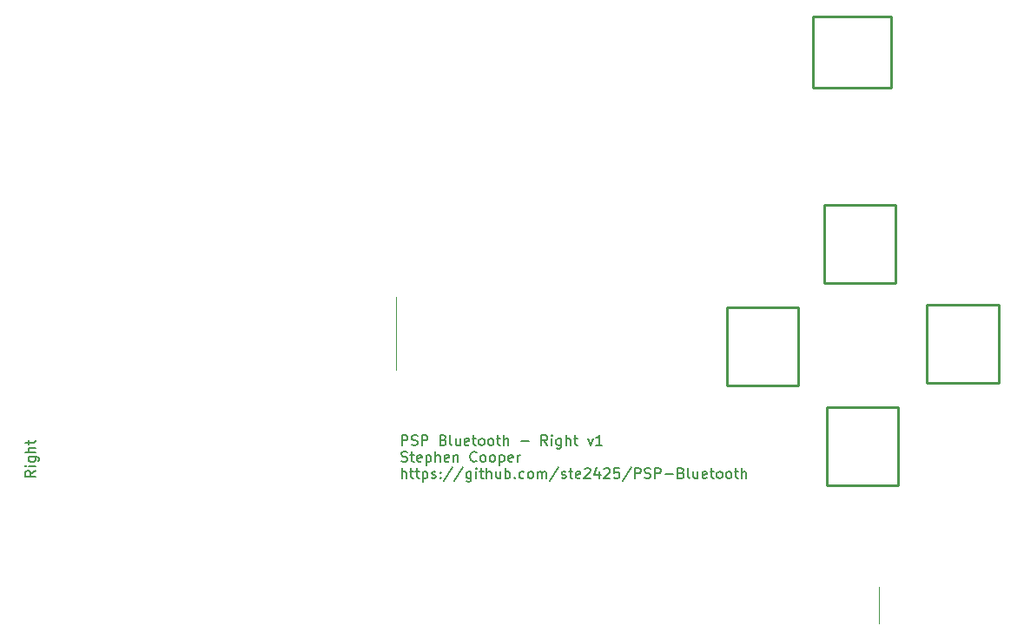
<source format=gbr>
%TF.GenerationSoftware,KiCad,Pcbnew,8.0.4*%
%TF.CreationDate,2024-09-23T09:04:20+01:00*%
%TF.ProjectId,right,72696768-742e-46b6-9963-61645f706362,rev?*%
%TF.SameCoordinates,Original*%
%TF.FileFunction,Legend,Top*%
%TF.FilePolarity,Positive*%
%FSLAX46Y46*%
G04 Gerber Fmt 4.6, Leading zero omitted, Abs format (unit mm)*
G04 Created by KiCad (PCBNEW 8.0.4) date 2024-09-23 09:04:20*
%MOMM*%
%LPD*%
G01*
G04 APERTURE LIST*
%ADD10C,0.150000*%
%ADD11C,0.254000*%
%ADD12C,0.059995*%
%ADD13C,0.120000*%
G04 APERTURE END LIST*
D10*
X141836779Y-125149931D02*
X141836779Y-124149931D01*
X141836779Y-124149931D02*
X142217731Y-124149931D01*
X142217731Y-124149931D02*
X142312969Y-124197550D01*
X142312969Y-124197550D02*
X142360588Y-124245169D01*
X142360588Y-124245169D02*
X142408207Y-124340407D01*
X142408207Y-124340407D02*
X142408207Y-124483264D01*
X142408207Y-124483264D02*
X142360588Y-124578502D01*
X142360588Y-124578502D02*
X142312969Y-124626121D01*
X142312969Y-124626121D02*
X142217731Y-124673740D01*
X142217731Y-124673740D02*
X141836779Y-124673740D01*
X142789160Y-125102312D02*
X142932017Y-125149931D01*
X142932017Y-125149931D02*
X143170112Y-125149931D01*
X143170112Y-125149931D02*
X143265350Y-125102312D01*
X143265350Y-125102312D02*
X143312969Y-125054692D01*
X143312969Y-125054692D02*
X143360588Y-124959454D01*
X143360588Y-124959454D02*
X143360588Y-124864216D01*
X143360588Y-124864216D02*
X143312969Y-124768978D01*
X143312969Y-124768978D02*
X143265350Y-124721359D01*
X143265350Y-124721359D02*
X143170112Y-124673740D01*
X143170112Y-124673740D02*
X142979636Y-124626121D01*
X142979636Y-124626121D02*
X142884398Y-124578502D01*
X142884398Y-124578502D02*
X142836779Y-124530883D01*
X142836779Y-124530883D02*
X142789160Y-124435645D01*
X142789160Y-124435645D02*
X142789160Y-124340407D01*
X142789160Y-124340407D02*
X142836779Y-124245169D01*
X142836779Y-124245169D02*
X142884398Y-124197550D01*
X142884398Y-124197550D02*
X142979636Y-124149931D01*
X142979636Y-124149931D02*
X143217731Y-124149931D01*
X143217731Y-124149931D02*
X143360588Y-124197550D01*
X143789160Y-125149931D02*
X143789160Y-124149931D01*
X143789160Y-124149931D02*
X144170112Y-124149931D01*
X144170112Y-124149931D02*
X144265350Y-124197550D01*
X144265350Y-124197550D02*
X144312969Y-124245169D01*
X144312969Y-124245169D02*
X144360588Y-124340407D01*
X144360588Y-124340407D02*
X144360588Y-124483264D01*
X144360588Y-124483264D02*
X144312969Y-124578502D01*
X144312969Y-124578502D02*
X144265350Y-124626121D01*
X144265350Y-124626121D02*
X144170112Y-124673740D01*
X144170112Y-124673740D02*
X143789160Y-124673740D01*
X145884398Y-124626121D02*
X146027255Y-124673740D01*
X146027255Y-124673740D02*
X146074874Y-124721359D01*
X146074874Y-124721359D02*
X146122493Y-124816597D01*
X146122493Y-124816597D02*
X146122493Y-124959454D01*
X146122493Y-124959454D02*
X146074874Y-125054692D01*
X146074874Y-125054692D02*
X146027255Y-125102312D01*
X146027255Y-125102312D02*
X145932017Y-125149931D01*
X145932017Y-125149931D02*
X145551065Y-125149931D01*
X145551065Y-125149931D02*
X145551065Y-124149931D01*
X145551065Y-124149931D02*
X145884398Y-124149931D01*
X145884398Y-124149931D02*
X145979636Y-124197550D01*
X145979636Y-124197550D02*
X146027255Y-124245169D01*
X146027255Y-124245169D02*
X146074874Y-124340407D01*
X146074874Y-124340407D02*
X146074874Y-124435645D01*
X146074874Y-124435645D02*
X146027255Y-124530883D01*
X146027255Y-124530883D02*
X145979636Y-124578502D01*
X145979636Y-124578502D02*
X145884398Y-124626121D01*
X145884398Y-124626121D02*
X145551065Y-124626121D01*
X146693922Y-125149931D02*
X146598684Y-125102312D01*
X146598684Y-125102312D02*
X146551065Y-125007073D01*
X146551065Y-125007073D02*
X146551065Y-124149931D01*
X147503446Y-124483264D02*
X147503446Y-125149931D01*
X147074875Y-124483264D02*
X147074875Y-125007073D01*
X147074875Y-125007073D02*
X147122494Y-125102312D01*
X147122494Y-125102312D02*
X147217732Y-125149931D01*
X147217732Y-125149931D02*
X147360589Y-125149931D01*
X147360589Y-125149931D02*
X147455827Y-125102312D01*
X147455827Y-125102312D02*
X147503446Y-125054692D01*
X148360589Y-125102312D02*
X148265351Y-125149931D01*
X148265351Y-125149931D02*
X148074875Y-125149931D01*
X148074875Y-125149931D02*
X147979637Y-125102312D01*
X147979637Y-125102312D02*
X147932018Y-125007073D01*
X147932018Y-125007073D02*
X147932018Y-124626121D01*
X147932018Y-124626121D02*
X147979637Y-124530883D01*
X147979637Y-124530883D02*
X148074875Y-124483264D01*
X148074875Y-124483264D02*
X148265351Y-124483264D01*
X148265351Y-124483264D02*
X148360589Y-124530883D01*
X148360589Y-124530883D02*
X148408208Y-124626121D01*
X148408208Y-124626121D02*
X148408208Y-124721359D01*
X148408208Y-124721359D02*
X147932018Y-124816597D01*
X148693923Y-124483264D02*
X149074875Y-124483264D01*
X148836780Y-124149931D02*
X148836780Y-125007073D01*
X148836780Y-125007073D02*
X148884399Y-125102312D01*
X148884399Y-125102312D02*
X148979637Y-125149931D01*
X148979637Y-125149931D02*
X149074875Y-125149931D01*
X149551066Y-125149931D02*
X149455828Y-125102312D01*
X149455828Y-125102312D02*
X149408209Y-125054692D01*
X149408209Y-125054692D02*
X149360590Y-124959454D01*
X149360590Y-124959454D02*
X149360590Y-124673740D01*
X149360590Y-124673740D02*
X149408209Y-124578502D01*
X149408209Y-124578502D02*
X149455828Y-124530883D01*
X149455828Y-124530883D02*
X149551066Y-124483264D01*
X149551066Y-124483264D02*
X149693923Y-124483264D01*
X149693923Y-124483264D02*
X149789161Y-124530883D01*
X149789161Y-124530883D02*
X149836780Y-124578502D01*
X149836780Y-124578502D02*
X149884399Y-124673740D01*
X149884399Y-124673740D02*
X149884399Y-124959454D01*
X149884399Y-124959454D02*
X149836780Y-125054692D01*
X149836780Y-125054692D02*
X149789161Y-125102312D01*
X149789161Y-125102312D02*
X149693923Y-125149931D01*
X149693923Y-125149931D02*
X149551066Y-125149931D01*
X150455828Y-125149931D02*
X150360590Y-125102312D01*
X150360590Y-125102312D02*
X150312971Y-125054692D01*
X150312971Y-125054692D02*
X150265352Y-124959454D01*
X150265352Y-124959454D02*
X150265352Y-124673740D01*
X150265352Y-124673740D02*
X150312971Y-124578502D01*
X150312971Y-124578502D02*
X150360590Y-124530883D01*
X150360590Y-124530883D02*
X150455828Y-124483264D01*
X150455828Y-124483264D02*
X150598685Y-124483264D01*
X150598685Y-124483264D02*
X150693923Y-124530883D01*
X150693923Y-124530883D02*
X150741542Y-124578502D01*
X150741542Y-124578502D02*
X150789161Y-124673740D01*
X150789161Y-124673740D02*
X150789161Y-124959454D01*
X150789161Y-124959454D02*
X150741542Y-125054692D01*
X150741542Y-125054692D02*
X150693923Y-125102312D01*
X150693923Y-125102312D02*
X150598685Y-125149931D01*
X150598685Y-125149931D02*
X150455828Y-125149931D01*
X151074876Y-124483264D02*
X151455828Y-124483264D01*
X151217733Y-124149931D02*
X151217733Y-125007073D01*
X151217733Y-125007073D02*
X151265352Y-125102312D01*
X151265352Y-125102312D02*
X151360590Y-125149931D01*
X151360590Y-125149931D02*
X151455828Y-125149931D01*
X151789162Y-125149931D02*
X151789162Y-124149931D01*
X152217733Y-125149931D02*
X152217733Y-124626121D01*
X152217733Y-124626121D02*
X152170114Y-124530883D01*
X152170114Y-124530883D02*
X152074876Y-124483264D01*
X152074876Y-124483264D02*
X151932019Y-124483264D01*
X151932019Y-124483264D02*
X151836781Y-124530883D01*
X151836781Y-124530883D02*
X151789162Y-124578502D01*
X153455829Y-124768978D02*
X154217734Y-124768978D01*
X156027257Y-125149931D02*
X155693924Y-124673740D01*
X155455829Y-125149931D02*
X155455829Y-124149931D01*
X155455829Y-124149931D02*
X155836781Y-124149931D01*
X155836781Y-124149931D02*
X155932019Y-124197550D01*
X155932019Y-124197550D02*
X155979638Y-124245169D01*
X155979638Y-124245169D02*
X156027257Y-124340407D01*
X156027257Y-124340407D02*
X156027257Y-124483264D01*
X156027257Y-124483264D02*
X155979638Y-124578502D01*
X155979638Y-124578502D02*
X155932019Y-124626121D01*
X155932019Y-124626121D02*
X155836781Y-124673740D01*
X155836781Y-124673740D02*
X155455829Y-124673740D01*
X156455829Y-125149931D02*
X156455829Y-124483264D01*
X156455829Y-124149931D02*
X156408210Y-124197550D01*
X156408210Y-124197550D02*
X156455829Y-124245169D01*
X156455829Y-124245169D02*
X156503448Y-124197550D01*
X156503448Y-124197550D02*
X156455829Y-124149931D01*
X156455829Y-124149931D02*
X156455829Y-124245169D01*
X157360590Y-124483264D02*
X157360590Y-125292788D01*
X157360590Y-125292788D02*
X157312971Y-125388026D01*
X157312971Y-125388026D02*
X157265352Y-125435645D01*
X157265352Y-125435645D02*
X157170114Y-125483264D01*
X157170114Y-125483264D02*
X157027257Y-125483264D01*
X157027257Y-125483264D02*
X156932019Y-125435645D01*
X157360590Y-125102312D02*
X157265352Y-125149931D01*
X157265352Y-125149931D02*
X157074876Y-125149931D01*
X157074876Y-125149931D02*
X156979638Y-125102312D01*
X156979638Y-125102312D02*
X156932019Y-125054692D01*
X156932019Y-125054692D02*
X156884400Y-124959454D01*
X156884400Y-124959454D02*
X156884400Y-124673740D01*
X156884400Y-124673740D02*
X156932019Y-124578502D01*
X156932019Y-124578502D02*
X156979638Y-124530883D01*
X156979638Y-124530883D02*
X157074876Y-124483264D01*
X157074876Y-124483264D02*
X157265352Y-124483264D01*
X157265352Y-124483264D02*
X157360590Y-124530883D01*
X157836781Y-125149931D02*
X157836781Y-124149931D01*
X158265352Y-125149931D02*
X158265352Y-124626121D01*
X158265352Y-124626121D02*
X158217733Y-124530883D01*
X158217733Y-124530883D02*
X158122495Y-124483264D01*
X158122495Y-124483264D02*
X157979638Y-124483264D01*
X157979638Y-124483264D02*
X157884400Y-124530883D01*
X157884400Y-124530883D02*
X157836781Y-124578502D01*
X158598686Y-124483264D02*
X158979638Y-124483264D01*
X158741543Y-124149931D02*
X158741543Y-125007073D01*
X158741543Y-125007073D02*
X158789162Y-125102312D01*
X158789162Y-125102312D02*
X158884400Y-125149931D01*
X158884400Y-125149931D02*
X158979638Y-125149931D01*
X159979639Y-124483264D02*
X160217734Y-125149931D01*
X160217734Y-125149931D02*
X160455829Y-124483264D01*
X161360591Y-125149931D02*
X160789163Y-125149931D01*
X161074877Y-125149931D02*
X161074877Y-124149931D01*
X161074877Y-124149931D02*
X160979639Y-124292788D01*
X160979639Y-124292788D02*
X160884401Y-124388026D01*
X160884401Y-124388026D02*
X160789163Y-124435645D01*
X141789160Y-126712256D02*
X141932017Y-126759875D01*
X141932017Y-126759875D02*
X142170112Y-126759875D01*
X142170112Y-126759875D02*
X142265350Y-126712256D01*
X142265350Y-126712256D02*
X142312969Y-126664636D01*
X142312969Y-126664636D02*
X142360588Y-126569398D01*
X142360588Y-126569398D02*
X142360588Y-126474160D01*
X142360588Y-126474160D02*
X142312969Y-126378922D01*
X142312969Y-126378922D02*
X142265350Y-126331303D01*
X142265350Y-126331303D02*
X142170112Y-126283684D01*
X142170112Y-126283684D02*
X141979636Y-126236065D01*
X141979636Y-126236065D02*
X141884398Y-126188446D01*
X141884398Y-126188446D02*
X141836779Y-126140827D01*
X141836779Y-126140827D02*
X141789160Y-126045589D01*
X141789160Y-126045589D02*
X141789160Y-125950351D01*
X141789160Y-125950351D02*
X141836779Y-125855113D01*
X141836779Y-125855113D02*
X141884398Y-125807494D01*
X141884398Y-125807494D02*
X141979636Y-125759875D01*
X141979636Y-125759875D02*
X142217731Y-125759875D01*
X142217731Y-125759875D02*
X142360588Y-125807494D01*
X142646303Y-126093208D02*
X143027255Y-126093208D01*
X142789160Y-125759875D02*
X142789160Y-126617017D01*
X142789160Y-126617017D02*
X142836779Y-126712256D01*
X142836779Y-126712256D02*
X142932017Y-126759875D01*
X142932017Y-126759875D02*
X143027255Y-126759875D01*
X143741541Y-126712256D02*
X143646303Y-126759875D01*
X143646303Y-126759875D02*
X143455827Y-126759875D01*
X143455827Y-126759875D02*
X143360589Y-126712256D01*
X143360589Y-126712256D02*
X143312970Y-126617017D01*
X143312970Y-126617017D02*
X143312970Y-126236065D01*
X143312970Y-126236065D02*
X143360589Y-126140827D01*
X143360589Y-126140827D02*
X143455827Y-126093208D01*
X143455827Y-126093208D02*
X143646303Y-126093208D01*
X143646303Y-126093208D02*
X143741541Y-126140827D01*
X143741541Y-126140827D02*
X143789160Y-126236065D01*
X143789160Y-126236065D02*
X143789160Y-126331303D01*
X143789160Y-126331303D02*
X143312970Y-126426541D01*
X144217732Y-126093208D02*
X144217732Y-127093208D01*
X144217732Y-126140827D02*
X144312970Y-126093208D01*
X144312970Y-126093208D02*
X144503446Y-126093208D01*
X144503446Y-126093208D02*
X144598684Y-126140827D01*
X144598684Y-126140827D02*
X144646303Y-126188446D01*
X144646303Y-126188446D02*
X144693922Y-126283684D01*
X144693922Y-126283684D02*
X144693922Y-126569398D01*
X144693922Y-126569398D02*
X144646303Y-126664636D01*
X144646303Y-126664636D02*
X144598684Y-126712256D01*
X144598684Y-126712256D02*
X144503446Y-126759875D01*
X144503446Y-126759875D02*
X144312970Y-126759875D01*
X144312970Y-126759875D02*
X144217732Y-126712256D01*
X145122494Y-126759875D02*
X145122494Y-125759875D01*
X145551065Y-126759875D02*
X145551065Y-126236065D01*
X145551065Y-126236065D02*
X145503446Y-126140827D01*
X145503446Y-126140827D02*
X145408208Y-126093208D01*
X145408208Y-126093208D02*
X145265351Y-126093208D01*
X145265351Y-126093208D02*
X145170113Y-126140827D01*
X145170113Y-126140827D02*
X145122494Y-126188446D01*
X146408208Y-126712256D02*
X146312970Y-126759875D01*
X146312970Y-126759875D02*
X146122494Y-126759875D01*
X146122494Y-126759875D02*
X146027256Y-126712256D01*
X146027256Y-126712256D02*
X145979637Y-126617017D01*
X145979637Y-126617017D02*
X145979637Y-126236065D01*
X145979637Y-126236065D02*
X146027256Y-126140827D01*
X146027256Y-126140827D02*
X146122494Y-126093208D01*
X146122494Y-126093208D02*
X146312970Y-126093208D01*
X146312970Y-126093208D02*
X146408208Y-126140827D01*
X146408208Y-126140827D02*
X146455827Y-126236065D01*
X146455827Y-126236065D02*
X146455827Y-126331303D01*
X146455827Y-126331303D02*
X145979637Y-126426541D01*
X146884399Y-126093208D02*
X146884399Y-126759875D01*
X146884399Y-126188446D02*
X146932018Y-126140827D01*
X146932018Y-126140827D02*
X147027256Y-126093208D01*
X147027256Y-126093208D02*
X147170113Y-126093208D01*
X147170113Y-126093208D02*
X147265351Y-126140827D01*
X147265351Y-126140827D02*
X147312970Y-126236065D01*
X147312970Y-126236065D02*
X147312970Y-126759875D01*
X149122494Y-126664636D02*
X149074875Y-126712256D01*
X149074875Y-126712256D02*
X148932018Y-126759875D01*
X148932018Y-126759875D02*
X148836780Y-126759875D01*
X148836780Y-126759875D02*
X148693923Y-126712256D01*
X148693923Y-126712256D02*
X148598685Y-126617017D01*
X148598685Y-126617017D02*
X148551066Y-126521779D01*
X148551066Y-126521779D02*
X148503447Y-126331303D01*
X148503447Y-126331303D02*
X148503447Y-126188446D01*
X148503447Y-126188446D02*
X148551066Y-125997970D01*
X148551066Y-125997970D02*
X148598685Y-125902732D01*
X148598685Y-125902732D02*
X148693923Y-125807494D01*
X148693923Y-125807494D02*
X148836780Y-125759875D01*
X148836780Y-125759875D02*
X148932018Y-125759875D01*
X148932018Y-125759875D02*
X149074875Y-125807494D01*
X149074875Y-125807494D02*
X149122494Y-125855113D01*
X149693923Y-126759875D02*
X149598685Y-126712256D01*
X149598685Y-126712256D02*
X149551066Y-126664636D01*
X149551066Y-126664636D02*
X149503447Y-126569398D01*
X149503447Y-126569398D02*
X149503447Y-126283684D01*
X149503447Y-126283684D02*
X149551066Y-126188446D01*
X149551066Y-126188446D02*
X149598685Y-126140827D01*
X149598685Y-126140827D02*
X149693923Y-126093208D01*
X149693923Y-126093208D02*
X149836780Y-126093208D01*
X149836780Y-126093208D02*
X149932018Y-126140827D01*
X149932018Y-126140827D02*
X149979637Y-126188446D01*
X149979637Y-126188446D02*
X150027256Y-126283684D01*
X150027256Y-126283684D02*
X150027256Y-126569398D01*
X150027256Y-126569398D02*
X149979637Y-126664636D01*
X149979637Y-126664636D02*
X149932018Y-126712256D01*
X149932018Y-126712256D02*
X149836780Y-126759875D01*
X149836780Y-126759875D02*
X149693923Y-126759875D01*
X150598685Y-126759875D02*
X150503447Y-126712256D01*
X150503447Y-126712256D02*
X150455828Y-126664636D01*
X150455828Y-126664636D02*
X150408209Y-126569398D01*
X150408209Y-126569398D02*
X150408209Y-126283684D01*
X150408209Y-126283684D02*
X150455828Y-126188446D01*
X150455828Y-126188446D02*
X150503447Y-126140827D01*
X150503447Y-126140827D02*
X150598685Y-126093208D01*
X150598685Y-126093208D02*
X150741542Y-126093208D01*
X150741542Y-126093208D02*
X150836780Y-126140827D01*
X150836780Y-126140827D02*
X150884399Y-126188446D01*
X150884399Y-126188446D02*
X150932018Y-126283684D01*
X150932018Y-126283684D02*
X150932018Y-126569398D01*
X150932018Y-126569398D02*
X150884399Y-126664636D01*
X150884399Y-126664636D02*
X150836780Y-126712256D01*
X150836780Y-126712256D02*
X150741542Y-126759875D01*
X150741542Y-126759875D02*
X150598685Y-126759875D01*
X151360590Y-126093208D02*
X151360590Y-127093208D01*
X151360590Y-126140827D02*
X151455828Y-126093208D01*
X151455828Y-126093208D02*
X151646304Y-126093208D01*
X151646304Y-126093208D02*
X151741542Y-126140827D01*
X151741542Y-126140827D02*
X151789161Y-126188446D01*
X151789161Y-126188446D02*
X151836780Y-126283684D01*
X151836780Y-126283684D02*
X151836780Y-126569398D01*
X151836780Y-126569398D02*
X151789161Y-126664636D01*
X151789161Y-126664636D02*
X151741542Y-126712256D01*
X151741542Y-126712256D02*
X151646304Y-126759875D01*
X151646304Y-126759875D02*
X151455828Y-126759875D01*
X151455828Y-126759875D02*
X151360590Y-126712256D01*
X152646304Y-126712256D02*
X152551066Y-126759875D01*
X152551066Y-126759875D02*
X152360590Y-126759875D01*
X152360590Y-126759875D02*
X152265352Y-126712256D01*
X152265352Y-126712256D02*
X152217733Y-126617017D01*
X152217733Y-126617017D02*
X152217733Y-126236065D01*
X152217733Y-126236065D02*
X152265352Y-126140827D01*
X152265352Y-126140827D02*
X152360590Y-126093208D01*
X152360590Y-126093208D02*
X152551066Y-126093208D01*
X152551066Y-126093208D02*
X152646304Y-126140827D01*
X152646304Y-126140827D02*
X152693923Y-126236065D01*
X152693923Y-126236065D02*
X152693923Y-126331303D01*
X152693923Y-126331303D02*
X152217733Y-126426541D01*
X153122495Y-126759875D02*
X153122495Y-126093208D01*
X153122495Y-126283684D02*
X153170114Y-126188446D01*
X153170114Y-126188446D02*
X153217733Y-126140827D01*
X153217733Y-126140827D02*
X153312971Y-126093208D01*
X153312971Y-126093208D02*
X153408209Y-126093208D01*
X141836779Y-128369819D02*
X141836779Y-127369819D01*
X142265350Y-128369819D02*
X142265350Y-127846009D01*
X142265350Y-127846009D02*
X142217731Y-127750771D01*
X142217731Y-127750771D02*
X142122493Y-127703152D01*
X142122493Y-127703152D02*
X141979636Y-127703152D01*
X141979636Y-127703152D02*
X141884398Y-127750771D01*
X141884398Y-127750771D02*
X141836779Y-127798390D01*
X142598684Y-127703152D02*
X142979636Y-127703152D01*
X142741541Y-127369819D02*
X142741541Y-128226961D01*
X142741541Y-128226961D02*
X142789160Y-128322200D01*
X142789160Y-128322200D02*
X142884398Y-128369819D01*
X142884398Y-128369819D02*
X142979636Y-128369819D01*
X143170113Y-127703152D02*
X143551065Y-127703152D01*
X143312970Y-127369819D02*
X143312970Y-128226961D01*
X143312970Y-128226961D02*
X143360589Y-128322200D01*
X143360589Y-128322200D02*
X143455827Y-128369819D01*
X143455827Y-128369819D02*
X143551065Y-128369819D01*
X143884399Y-127703152D02*
X143884399Y-128703152D01*
X143884399Y-127750771D02*
X143979637Y-127703152D01*
X143979637Y-127703152D02*
X144170113Y-127703152D01*
X144170113Y-127703152D02*
X144265351Y-127750771D01*
X144265351Y-127750771D02*
X144312970Y-127798390D01*
X144312970Y-127798390D02*
X144360589Y-127893628D01*
X144360589Y-127893628D02*
X144360589Y-128179342D01*
X144360589Y-128179342D02*
X144312970Y-128274580D01*
X144312970Y-128274580D02*
X144265351Y-128322200D01*
X144265351Y-128322200D02*
X144170113Y-128369819D01*
X144170113Y-128369819D02*
X143979637Y-128369819D01*
X143979637Y-128369819D02*
X143884399Y-128322200D01*
X144741542Y-128322200D02*
X144836780Y-128369819D01*
X144836780Y-128369819D02*
X145027256Y-128369819D01*
X145027256Y-128369819D02*
X145122494Y-128322200D01*
X145122494Y-128322200D02*
X145170113Y-128226961D01*
X145170113Y-128226961D02*
X145170113Y-128179342D01*
X145170113Y-128179342D02*
X145122494Y-128084104D01*
X145122494Y-128084104D02*
X145027256Y-128036485D01*
X145027256Y-128036485D02*
X144884399Y-128036485D01*
X144884399Y-128036485D02*
X144789161Y-127988866D01*
X144789161Y-127988866D02*
X144741542Y-127893628D01*
X144741542Y-127893628D02*
X144741542Y-127846009D01*
X144741542Y-127846009D02*
X144789161Y-127750771D01*
X144789161Y-127750771D02*
X144884399Y-127703152D01*
X144884399Y-127703152D02*
X145027256Y-127703152D01*
X145027256Y-127703152D02*
X145122494Y-127750771D01*
X145598685Y-128274580D02*
X145646304Y-128322200D01*
X145646304Y-128322200D02*
X145598685Y-128369819D01*
X145598685Y-128369819D02*
X145551066Y-128322200D01*
X145551066Y-128322200D02*
X145598685Y-128274580D01*
X145598685Y-128274580D02*
X145598685Y-128369819D01*
X145598685Y-127750771D02*
X145646304Y-127798390D01*
X145646304Y-127798390D02*
X145598685Y-127846009D01*
X145598685Y-127846009D02*
X145551066Y-127798390D01*
X145551066Y-127798390D02*
X145598685Y-127750771D01*
X145598685Y-127750771D02*
X145598685Y-127846009D01*
X146789160Y-127322200D02*
X145932018Y-128607914D01*
X147836779Y-127322200D02*
X146979637Y-128607914D01*
X148598684Y-127703152D02*
X148598684Y-128512676D01*
X148598684Y-128512676D02*
X148551065Y-128607914D01*
X148551065Y-128607914D02*
X148503446Y-128655533D01*
X148503446Y-128655533D02*
X148408208Y-128703152D01*
X148408208Y-128703152D02*
X148265351Y-128703152D01*
X148265351Y-128703152D02*
X148170113Y-128655533D01*
X148598684Y-128322200D02*
X148503446Y-128369819D01*
X148503446Y-128369819D02*
X148312970Y-128369819D01*
X148312970Y-128369819D02*
X148217732Y-128322200D01*
X148217732Y-128322200D02*
X148170113Y-128274580D01*
X148170113Y-128274580D02*
X148122494Y-128179342D01*
X148122494Y-128179342D02*
X148122494Y-127893628D01*
X148122494Y-127893628D02*
X148170113Y-127798390D01*
X148170113Y-127798390D02*
X148217732Y-127750771D01*
X148217732Y-127750771D02*
X148312970Y-127703152D01*
X148312970Y-127703152D02*
X148503446Y-127703152D01*
X148503446Y-127703152D02*
X148598684Y-127750771D01*
X149074875Y-128369819D02*
X149074875Y-127703152D01*
X149074875Y-127369819D02*
X149027256Y-127417438D01*
X149027256Y-127417438D02*
X149074875Y-127465057D01*
X149074875Y-127465057D02*
X149122494Y-127417438D01*
X149122494Y-127417438D02*
X149074875Y-127369819D01*
X149074875Y-127369819D02*
X149074875Y-127465057D01*
X149408208Y-127703152D02*
X149789160Y-127703152D01*
X149551065Y-127369819D02*
X149551065Y-128226961D01*
X149551065Y-128226961D02*
X149598684Y-128322200D01*
X149598684Y-128322200D02*
X149693922Y-128369819D01*
X149693922Y-128369819D02*
X149789160Y-128369819D01*
X150122494Y-128369819D02*
X150122494Y-127369819D01*
X150551065Y-128369819D02*
X150551065Y-127846009D01*
X150551065Y-127846009D02*
X150503446Y-127750771D01*
X150503446Y-127750771D02*
X150408208Y-127703152D01*
X150408208Y-127703152D02*
X150265351Y-127703152D01*
X150265351Y-127703152D02*
X150170113Y-127750771D01*
X150170113Y-127750771D02*
X150122494Y-127798390D01*
X151455827Y-127703152D02*
X151455827Y-128369819D01*
X151027256Y-127703152D02*
X151027256Y-128226961D01*
X151027256Y-128226961D02*
X151074875Y-128322200D01*
X151074875Y-128322200D02*
X151170113Y-128369819D01*
X151170113Y-128369819D02*
X151312970Y-128369819D01*
X151312970Y-128369819D02*
X151408208Y-128322200D01*
X151408208Y-128322200D02*
X151455827Y-128274580D01*
X151932018Y-128369819D02*
X151932018Y-127369819D01*
X151932018Y-127750771D02*
X152027256Y-127703152D01*
X152027256Y-127703152D02*
X152217732Y-127703152D01*
X152217732Y-127703152D02*
X152312970Y-127750771D01*
X152312970Y-127750771D02*
X152360589Y-127798390D01*
X152360589Y-127798390D02*
X152408208Y-127893628D01*
X152408208Y-127893628D02*
X152408208Y-128179342D01*
X152408208Y-128179342D02*
X152360589Y-128274580D01*
X152360589Y-128274580D02*
X152312970Y-128322200D01*
X152312970Y-128322200D02*
X152217732Y-128369819D01*
X152217732Y-128369819D02*
X152027256Y-128369819D01*
X152027256Y-128369819D02*
X151932018Y-128322200D01*
X152836780Y-128274580D02*
X152884399Y-128322200D01*
X152884399Y-128322200D02*
X152836780Y-128369819D01*
X152836780Y-128369819D02*
X152789161Y-128322200D01*
X152789161Y-128322200D02*
X152836780Y-128274580D01*
X152836780Y-128274580D02*
X152836780Y-128369819D01*
X153741541Y-128322200D02*
X153646303Y-128369819D01*
X153646303Y-128369819D02*
X153455827Y-128369819D01*
X153455827Y-128369819D02*
X153360589Y-128322200D01*
X153360589Y-128322200D02*
X153312970Y-128274580D01*
X153312970Y-128274580D02*
X153265351Y-128179342D01*
X153265351Y-128179342D02*
X153265351Y-127893628D01*
X153265351Y-127893628D02*
X153312970Y-127798390D01*
X153312970Y-127798390D02*
X153360589Y-127750771D01*
X153360589Y-127750771D02*
X153455827Y-127703152D01*
X153455827Y-127703152D02*
X153646303Y-127703152D01*
X153646303Y-127703152D02*
X153741541Y-127750771D01*
X154312970Y-128369819D02*
X154217732Y-128322200D01*
X154217732Y-128322200D02*
X154170113Y-128274580D01*
X154170113Y-128274580D02*
X154122494Y-128179342D01*
X154122494Y-128179342D02*
X154122494Y-127893628D01*
X154122494Y-127893628D02*
X154170113Y-127798390D01*
X154170113Y-127798390D02*
X154217732Y-127750771D01*
X154217732Y-127750771D02*
X154312970Y-127703152D01*
X154312970Y-127703152D02*
X154455827Y-127703152D01*
X154455827Y-127703152D02*
X154551065Y-127750771D01*
X154551065Y-127750771D02*
X154598684Y-127798390D01*
X154598684Y-127798390D02*
X154646303Y-127893628D01*
X154646303Y-127893628D02*
X154646303Y-128179342D01*
X154646303Y-128179342D02*
X154598684Y-128274580D01*
X154598684Y-128274580D02*
X154551065Y-128322200D01*
X154551065Y-128322200D02*
X154455827Y-128369819D01*
X154455827Y-128369819D02*
X154312970Y-128369819D01*
X155074875Y-128369819D02*
X155074875Y-127703152D01*
X155074875Y-127798390D02*
X155122494Y-127750771D01*
X155122494Y-127750771D02*
X155217732Y-127703152D01*
X155217732Y-127703152D02*
X155360589Y-127703152D01*
X155360589Y-127703152D02*
X155455827Y-127750771D01*
X155455827Y-127750771D02*
X155503446Y-127846009D01*
X155503446Y-127846009D02*
X155503446Y-128369819D01*
X155503446Y-127846009D02*
X155551065Y-127750771D01*
X155551065Y-127750771D02*
X155646303Y-127703152D01*
X155646303Y-127703152D02*
X155789160Y-127703152D01*
X155789160Y-127703152D02*
X155884399Y-127750771D01*
X155884399Y-127750771D02*
X155932018Y-127846009D01*
X155932018Y-127846009D02*
X155932018Y-128369819D01*
X157122493Y-127322200D02*
X156265351Y-128607914D01*
X157408208Y-128322200D02*
X157503446Y-128369819D01*
X157503446Y-128369819D02*
X157693922Y-128369819D01*
X157693922Y-128369819D02*
X157789160Y-128322200D01*
X157789160Y-128322200D02*
X157836779Y-128226961D01*
X157836779Y-128226961D02*
X157836779Y-128179342D01*
X157836779Y-128179342D02*
X157789160Y-128084104D01*
X157789160Y-128084104D02*
X157693922Y-128036485D01*
X157693922Y-128036485D02*
X157551065Y-128036485D01*
X157551065Y-128036485D02*
X157455827Y-127988866D01*
X157455827Y-127988866D02*
X157408208Y-127893628D01*
X157408208Y-127893628D02*
X157408208Y-127846009D01*
X157408208Y-127846009D02*
X157455827Y-127750771D01*
X157455827Y-127750771D02*
X157551065Y-127703152D01*
X157551065Y-127703152D02*
X157693922Y-127703152D01*
X157693922Y-127703152D02*
X157789160Y-127750771D01*
X158122494Y-127703152D02*
X158503446Y-127703152D01*
X158265351Y-127369819D02*
X158265351Y-128226961D01*
X158265351Y-128226961D02*
X158312970Y-128322200D01*
X158312970Y-128322200D02*
X158408208Y-128369819D01*
X158408208Y-128369819D02*
X158503446Y-128369819D01*
X159217732Y-128322200D02*
X159122494Y-128369819D01*
X159122494Y-128369819D02*
X158932018Y-128369819D01*
X158932018Y-128369819D02*
X158836780Y-128322200D01*
X158836780Y-128322200D02*
X158789161Y-128226961D01*
X158789161Y-128226961D02*
X158789161Y-127846009D01*
X158789161Y-127846009D02*
X158836780Y-127750771D01*
X158836780Y-127750771D02*
X158932018Y-127703152D01*
X158932018Y-127703152D02*
X159122494Y-127703152D01*
X159122494Y-127703152D02*
X159217732Y-127750771D01*
X159217732Y-127750771D02*
X159265351Y-127846009D01*
X159265351Y-127846009D02*
X159265351Y-127941247D01*
X159265351Y-127941247D02*
X158789161Y-128036485D01*
X159646304Y-127465057D02*
X159693923Y-127417438D01*
X159693923Y-127417438D02*
X159789161Y-127369819D01*
X159789161Y-127369819D02*
X160027256Y-127369819D01*
X160027256Y-127369819D02*
X160122494Y-127417438D01*
X160122494Y-127417438D02*
X160170113Y-127465057D01*
X160170113Y-127465057D02*
X160217732Y-127560295D01*
X160217732Y-127560295D02*
X160217732Y-127655533D01*
X160217732Y-127655533D02*
X160170113Y-127798390D01*
X160170113Y-127798390D02*
X159598685Y-128369819D01*
X159598685Y-128369819D02*
X160217732Y-128369819D01*
X161074875Y-127703152D02*
X161074875Y-128369819D01*
X160836780Y-127322200D02*
X160598685Y-128036485D01*
X160598685Y-128036485D02*
X161217732Y-128036485D01*
X161551066Y-127465057D02*
X161598685Y-127417438D01*
X161598685Y-127417438D02*
X161693923Y-127369819D01*
X161693923Y-127369819D02*
X161932018Y-127369819D01*
X161932018Y-127369819D02*
X162027256Y-127417438D01*
X162027256Y-127417438D02*
X162074875Y-127465057D01*
X162074875Y-127465057D02*
X162122494Y-127560295D01*
X162122494Y-127560295D02*
X162122494Y-127655533D01*
X162122494Y-127655533D02*
X162074875Y-127798390D01*
X162074875Y-127798390D02*
X161503447Y-128369819D01*
X161503447Y-128369819D02*
X162122494Y-128369819D01*
X163027256Y-127369819D02*
X162551066Y-127369819D01*
X162551066Y-127369819D02*
X162503447Y-127846009D01*
X162503447Y-127846009D02*
X162551066Y-127798390D01*
X162551066Y-127798390D02*
X162646304Y-127750771D01*
X162646304Y-127750771D02*
X162884399Y-127750771D01*
X162884399Y-127750771D02*
X162979637Y-127798390D01*
X162979637Y-127798390D02*
X163027256Y-127846009D01*
X163027256Y-127846009D02*
X163074875Y-127941247D01*
X163074875Y-127941247D02*
X163074875Y-128179342D01*
X163074875Y-128179342D02*
X163027256Y-128274580D01*
X163027256Y-128274580D02*
X162979637Y-128322200D01*
X162979637Y-128322200D02*
X162884399Y-128369819D01*
X162884399Y-128369819D02*
X162646304Y-128369819D01*
X162646304Y-128369819D02*
X162551066Y-128322200D01*
X162551066Y-128322200D02*
X162503447Y-128274580D01*
X164217732Y-127322200D02*
X163360590Y-128607914D01*
X164551066Y-128369819D02*
X164551066Y-127369819D01*
X164551066Y-127369819D02*
X164932018Y-127369819D01*
X164932018Y-127369819D02*
X165027256Y-127417438D01*
X165027256Y-127417438D02*
X165074875Y-127465057D01*
X165074875Y-127465057D02*
X165122494Y-127560295D01*
X165122494Y-127560295D02*
X165122494Y-127703152D01*
X165122494Y-127703152D02*
X165074875Y-127798390D01*
X165074875Y-127798390D02*
X165027256Y-127846009D01*
X165027256Y-127846009D02*
X164932018Y-127893628D01*
X164932018Y-127893628D02*
X164551066Y-127893628D01*
X165503447Y-128322200D02*
X165646304Y-128369819D01*
X165646304Y-128369819D02*
X165884399Y-128369819D01*
X165884399Y-128369819D02*
X165979637Y-128322200D01*
X165979637Y-128322200D02*
X166027256Y-128274580D01*
X166027256Y-128274580D02*
X166074875Y-128179342D01*
X166074875Y-128179342D02*
X166074875Y-128084104D01*
X166074875Y-128084104D02*
X166027256Y-127988866D01*
X166027256Y-127988866D02*
X165979637Y-127941247D01*
X165979637Y-127941247D02*
X165884399Y-127893628D01*
X165884399Y-127893628D02*
X165693923Y-127846009D01*
X165693923Y-127846009D02*
X165598685Y-127798390D01*
X165598685Y-127798390D02*
X165551066Y-127750771D01*
X165551066Y-127750771D02*
X165503447Y-127655533D01*
X165503447Y-127655533D02*
X165503447Y-127560295D01*
X165503447Y-127560295D02*
X165551066Y-127465057D01*
X165551066Y-127465057D02*
X165598685Y-127417438D01*
X165598685Y-127417438D02*
X165693923Y-127369819D01*
X165693923Y-127369819D02*
X165932018Y-127369819D01*
X165932018Y-127369819D02*
X166074875Y-127417438D01*
X166503447Y-128369819D02*
X166503447Y-127369819D01*
X166503447Y-127369819D02*
X166884399Y-127369819D01*
X166884399Y-127369819D02*
X166979637Y-127417438D01*
X166979637Y-127417438D02*
X167027256Y-127465057D01*
X167027256Y-127465057D02*
X167074875Y-127560295D01*
X167074875Y-127560295D02*
X167074875Y-127703152D01*
X167074875Y-127703152D02*
X167027256Y-127798390D01*
X167027256Y-127798390D02*
X166979637Y-127846009D01*
X166979637Y-127846009D02*
X166884399Y-127893628D01*
X166884399Y-127893628D02*
X166503447Y-127893628D01*
X167503447Y-127988866D02*
X168265352Y-127988866D01*
X169074875Y-127846009D02*
X169217732Y-127893628D01*
X169217732Y-127893628D02*
X169265351Y-127941247D01*
X169265351Y-127941247D02*
X169312970Y-128036485D01*
X169312970Y-128036485D02*
X169312970Y-128179342D01*
X169312970Y-128179342D02*
X169265351Y-128274580D01*
X169265351Y-128274580D02*
X169217732Y-128322200D01*
X169217732Y-128322200D02*
X169122494Y-128369819D01*
X169122494Y-128369819D02*
X168741542Y-128369819D01*
X168741542Y-128369819D02*
X168741542Y-127369819D01*
X168741542Y-127369819D02*
X169074875Y-127369819D01*
X169074875Y-127369819D02*
X169170113Y-127417438D01*
X169170113Y-127417438D02*
X169217732Y-127465057D01*
X169217732Y-127465057D02*
X169265351Y-127560295D01*
X169265351Y-127560295D02*
X169265351Y-127655533D01*
X169265351Y-127655533D02*
X169217732Y-127750771D01*
X169217732Y-127750771D02*
X169170113Y-127798390D01*
X169170113Y-127798390D02*
X169074875Y-127846009D01*
X169074875Y-127846009D02*
X168741542Y-127846009D01*
X169884399Y-128369819D02*
X169789161Y-128322200D01*
X169789161Y-128322200D02*
X169741542Y-128226961D01*
X169741542Y-128226961D02*
X169741542Y-127369819D01*
X170693923Y-127703152D02*
X170693923Y-128369819D01*
X170265352Y-127703152D02*
X170265352Y-128226961D01*
X170265352Y-128226961D02*
X170312971Y-128322200D01*
X170312971Y-128322200D02*
X170408209Y-128369819D01*
X170408209Y-128369819D02*
X170551066Y-128369819D01*
X170551066Y-128369819D02*
X170646304Y-128322200D01*
X170646304Y-128322200D02*
X170693923Y-128274580D01*
X171551066Y-128322200D02*
X171455828Y-128369819D01*
X171455828Y-128369819D02*
X171265352Y-128369819D01*
X171265352Y-128369819D02*
X171170114Y-128322200D01*
X171170114Y-128322200D02*
X171122495Y-128226961D01*
X171122495Y-128226961D02*
X171122495Y-127846009D01*
X171122495Y-127846009D02*
X171170114Y-127750771D01*
X171170114Y-127750771D02*
X171265352Y-127703152D01*
X171265352Y-127703152D02*
X171455828Y-127703152D01*
X171455828Y-127703152D02*
X171551066Y-127750771D01*
X171551066Y-127750771D02*
X171598685Y-127846009D01*
X171598685Y-127846009D02*
X171598685Y-127941247D01*
X171598685Y-127941247D02*
X171122495Y-128036485D01*
X171884400Y-127703152D02*
X172265352Y-127703152D01*
X172027257Y-127369819D02*
X172027257Y-128226961D01*
X172027257Y-128226961D02*
X172074876Y-128322200D01*
X172074876Y-128322200D02*
X172170114Y-128369819D01*
X172170114Y-128369819D02*
X172265352Y-128369819D01*
X172741543Y-128369819D02*
X172646305Y-128322200D01*
X172646305Y-128322200D02*
X172598686Y-128274580D01*
X172598686Y-128274580D02*
X172551067Y-128179342D01*
X172551067Y-128179342D02*
X172551067Y-127893628D01*
X172551067Y-127893628D02*
X172598686Y-127798390D01*
X172598686Y-127798390D02*
X172646305Y-127750771D01*
X172646305Y-127750771D02*
X172741543Y-127703152D01*
X172741543Y-127703152D02*
X172884400Y-127703152D01*
X172884400Y-127703152D02*
X172979638Y-127750771D01*
X172979638Y-127750771D02*
X173027257Y-127798390D01*
X173027257Y-127798390D02*
X173074876Y-127893628D01*
X173074876Y-127893628D02*
X173074876Y-128179342D01*
X173074876Y-128179342D02*
X173027257Y-128274580D01*
X173027257Y-128274580D02*
X172979638Y-128322200D01*
X172979638Y-128322200D02*
X172884400Y-128369819D01*
X172884400Y-128369819D02*
X172741543Y-128369819D01*
X173646305Y-128369819D02*
X173551067Y-128322200D01*
X173551067Y-128322200D02*
X173503448Y-128274580D01*
X173503448Y-128274580D02*
X173455829Y-128179342D01*
X173455829Y-128179342D02*
X173455829Y-127893628D01*
X173455829Y-127893628D02*
X173503448Y-127798390D01*
X173503448Y-127798390D02*
X173551067Y-127750771D01*
X173551067Y-127750771D02*
X173646305Y-127703152D01*
X173646305Y-127703152D02*
X173789162Y-127703152D01*
X173789162Y-127703152D02*
X173884400Y-127750771D01*
X173884400Y-127750771D02*
X173932019Y-127798390D01*
X173932019Y-127798390D02*
X173979638Y-127893628D01*
X173979638Y-127893628D02*
X173979638Y-128179342D01*
X173979638Y-128179342D02*
X173932019Y-128274580D01*
X173932019Y-128274580D02*
X173884400Y-128322200D01*
X173884400Y-128322200D02*
X173789162Y-128369819D01*
X173789162Y-128369819D02*
X173646305Y-128369819D01*
X174265353Y-127703152D02*
X174646305Y-127703152D01*
X174408210Y-127369819D02*
X174408210Y-128226961D01*
X174408210Y-128226961D02*
X174455829Y-128322200D01*
X174455829Y-128322200D02*
X174551067Y-128369819D01*
X174551067Y-128369819D02*
X174646305Y-128369819D01*
X174979639Y-128369819D02*
X174979639Y-127369819D01*
X175408210Y-128369819D02*
X175408210Y-127846009D01*
X175408210Y-127846009D02*
X175360591Y-127750771D01*
X175360591Y-127750771D02*
X175265353Y-127703152D01*
X175265353Y-127703152D02*
X175122496Y-127703152D01*
X175122496Y-127703152D02*
X175027258Y-127750771D01*
X175027258Y-127750771D02*
X174979639Y-127798390D01*
X106119819Y-127619047D02*
X105643628Y-127952380D01*
X106119819Y-128190475D02*
X105119819Y-128190475D01*
X105119819Y-128190475D02*
X105119819Y-127809523D01*
X105119819Y-127809523D02*
X105167438Y-127714285D01*
X105167438Y-127714285D02*
X105215057Y-127666666D01*
X105215057Y-127666666D02*
X105310295Y-127619047D01*
X105310295Y-127619047D02*
X105453152Y-127619047D01*
X105453152Y-127619047D02*
X105548390Y-127666666D01*
X105548390Y-127666666D02*
X105596009Y-127714285D01*
X105596009Y-127714285D02*
X105643628Y-127809523D01*
X105643628Y-127809523D02*
X105643628Y-128190475D01*
X106119819Y-127190475D02*
X105453152Y-127190475D01*
X105119819Y-127190475D02*
X105167438Y-127238094D01*
X105167438Y-127238094D02*
X105215057Y-127190475D01*
X105215057Y-127190475D02*
X105167438Y-127142856D01*
X105167438Y-127142856D02*
X105119819Y-127190475D01*
X105119819Y-127190475D02*
X105215057Y-127190475D01*
X105453152Y-126285714D02*
X106262676Y-126285714D01*
X106262676Y-126285714D02*
X106357914Y-126333333D01*
X106357914Y-126333333D02*
X106405533Y-126380952D01*
X106405533Y-126380952D02*
X106453152Y-126476190D01*
X106453152Y-126476190D02*
X106453152Y-126619047D01*
X106453152Y-126619047D02*
X106405533Y-126714285D01*
X106072200Y-126285714D02*
X106119819Y-126380952D01*
X106119819Y-126380952D02*
X106119819Y-126571428D01*
X106119819Y-126571428D02*
X106072200Y-126666666D01*
X106072200Y-126666666D02*
X106024580Y-126714285D01*
X106024580Y-126714285D02*
X105929342Y-126761904D01*
X105929342Y-126761904D02*
X105643628Y-126761904D01*
X105643628Y-126761904D02*
X105548390Y-126714285D01*
X105548390Y-126714285D02*
X105500771Y-126666666D01*
X105500771Y-126666666D02*
X105453152Y-126571428D01*
X105453152Y-126571428D02*
X105453152Y-126380952D01*
X105453152Y-126380952D02*
X105500771Y-126285714D01*
X106119819Y-125809523D02*
X105119819Y-125809523D01*
X106119819Y-125380952D02*
X105596009Y-125380952D01*
X105596009Y-125380952D02*
X105500771Y-125428571D01*
X105500771Y-125428571D02*
X105453152Y-125523809D01*
X105453152Y-125523809D02*
X105453152Y-125666666D01*
X105453152Y-125666666D02*
X105500771Y-125761904D01*
X105500771Y-125761904D02*
X105548390Y-125809523D01*
X105453152Y-125047618D02*
X105453152Y-124666666D01*
X105119819Y-124904761D02*
X105976961Y-124904761D01*
X105976961Y-124904761D02*
X106072200Y-124857142D01*
X106072200Y-124857142D02*
X106119819Y-124761904D01*
X106119819Y-124761904D02*
X106119819Y-124666666D01*
D11*
%TO.C,L6*%
X193000127Y-111450152D02*
X200000127Y-111450152D01*
X193000127Y-119050356D02*
X193000127Y-111450152D01*
X195799975Y-111450152D02*
X195799975Y-111450406D01*
X197200025Y-119050356D02*
X197223292Y-119050356D01*
X200000127Y-111450152D02*
X200000127Y-119050356D01*
X200000127Y-119050356D02*
X193000127Y-119050356D01*
D12*
X193030100Y-119000064D02*
G75*
G02*
X192970154Y-119000064I-29973J0D01*
G01*
X192970154Y-119000064D02*
G75*
G02*
X193030100Y-119000064I29973J0D01*
G01*
D11*
%TO.C,L4*%
X183000127Y-101700152D02*
X190000127Y-101700152D01*
X183000127Y-109300356D02*
X183000127Y-101700152D01*
X185799975Y-101700152D02*
X185799975Y-101700406D01*
X187200025Y-109300356D02*
X187223292Y-109300356D01*
X190000127Y-101700152D02*
X190000127Y-109300356D01*
X190000127Y-109300356D02*
X183000127Y-109300356D01*
D12*
X183030100Y-109250064D02*
G75*
G02*
X182970154Y-109250064I-29973J0D01*
G01*
X182970154Y-109250064D02*
G75*
G02*
X183030100Y-109250064I29973J0D01*
G01*
D13*
%TO.C,C4*%
X141255000Y-117774873D02*
X141255915Y-110649873D01*
D11*
%TO.C,L3*%
X181899606Y-83320104D02*
X189499810Y-83320104D01*
X181899606Y-87520002D02*
X181899606Y-87543269D01*
X181899606Y-90320104D02*
X181899606Y-83320104D01*
X189499810Y-83320104D02*
X189499810Y-90320104D01*
X189499810Y-86119952D02*
X189499556Y-86119952D01*
X189499810Y-90320104D02*
X181899606Y-90320104D01*
D12*
X181979871Y-83320104D02*
G75*
G02*
X181919925Y-83320104I-29973J0D01*
G01*
X181919925Y-83320104D02*
G75*
G02*
X181979871Y-83320104I29973J0D01*
G01*
D13*
%TO.C,C3*%
X188320000Y-138999873D02*
X188319085Y-142499873D01*
D11*
%TO.C,L2*%
X183250127Y-121450152D02*
X190250127Y-121450152D01*
X183250127Y-129050356D02*
X183250127Y-121450152D01*
X186049975Y-121450152D02*
X186049975Y-121450406D01*
X187450025Y-129050356D02*
X187473292Y-129050356D01*
X190250127Y-121450152D02*
X190250127Y-129050356D01*
X190250127Y-129050356D02*
X183250127Y-129050356D01*
D12*
X183280100Y-129000064D02*
G75*
G02*
X183220154Y-129000064I-29973J0D01*
G01*
X183220154Y-129000064D02*
G75*
G02*
X183280100Y-129000064I29973J0D01*
G01*
D11*
%TO.C,L5*%
X173500127Y-111700152D02*
X180500127Y-111700152D01*
X173500127Y-119300356D02*
X173500127Y-111700152D01*
X176299975Y-111700152D02*
X176299975Y-111700406D01*
X177700025Y-119300356D02*
X177723292Y-119300356D01*
X180500127Y-111700152D02*
X180500127Y-119300356D01*
X180500127Y-119300356D02*
X173500127Y-119300356D01*
D12*
X173530100Y-119250064D02*
G75*
G02*
X173470154Y-119250064I-29973J0D01*
G01*
X173470154Y-119250064D02*
G75*
G02*
X173530100Y-119250064I29973J0D01*
G01*
%TD*%
M02*

</source>
